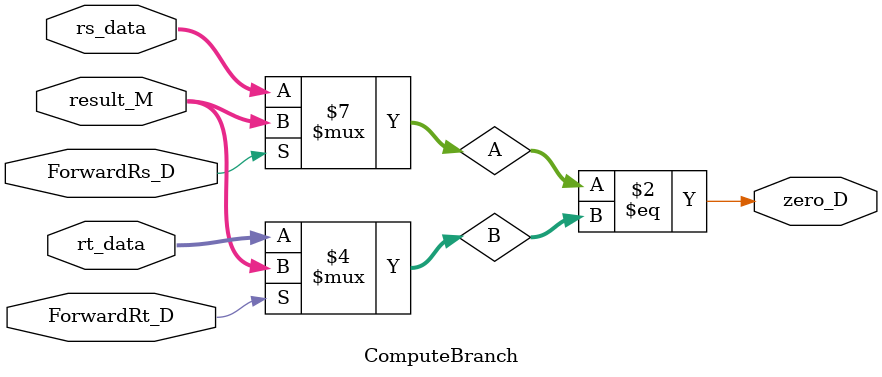
<source format=v>
module LoadHazard(rs_D, rt_D, DstE, MemtoReg_E,
                C_L_DE_Rs, C_L_DE_Rt); // 专门用来解决是否发生load指令的数据冒险
    input [4: 0] rs_D; // IF_ID阶段的rs地址
    input [4: 0] rt_D; // IF_ID阶段的rt地址
    input [4: 0] DstE; // ID_EX阶段的写入寄存器的地址（可能和上面的rs / rt 发生数据冒险）, 其实就是lw指令的rt段
    input  MemtoReg_E; // 决定是否写入regfile

    output reg C_L_DE_Rs, C_L_DE_Rt;  // 相应的PC / IF_ID / ID_EX的处理策略

  always @(*) begin
    C_L_DE_Rs <= (rs_D == DstE) & MemtoReg_E;  // IF_EX阶段的Rs和ID_EX阶段（load指令）的Rt地址是否会发生数据冒险
    C_L_DE_Rt <= (rt_D == DstE) & MemtoReg_E;  // IF_EX阶段的Rt和ID_EX阶段（load指令）的Rt地址是否会发生数据冒险

  end
endmodule


module BranchHazard(if_branch, rs_D, rt_D, RegWrDst_M, RegWr_M, RegWr_E, RegWrDst_E, MemtoReg_E, MemtoReg_M,
                      C_B_DM_Rs, C_B_DM_Rt, C_B_D);  //beq的控制冒险
    input [4: 0] rs_D, rt_D;  //beq译码时候用的rs， rt
    input[4: 0] RegWrDst_M, RegWrDst_E;   //Ex_Mem阶段中将来要写入RegFile的地址
    input if_branch, RegWr_M, RegWr_E, MemtoReg_E, MemtoReg_M;

    output reg C_B_DM_Rs, C_B_DM_Rt, C_B_D;
    
    parameter JUMP = 4'b0000;
    parameter BEQ  = 4'b0010;

  always @(*) begin
    C_B_DM_Rs = (rs_D == RegWrDst_M) & RegWr_M;  // beq指令在译码的时候，后面Mem阶段是否和它的rs有数据冒险
    C_B_DM_Rt = (rt_D == RegWrDst_M) & RegWr_M;  // beq指令在译码的时候，后面Mem阶段是否和它的rt有数据冒险

    C_B_D = (if_branch & RegWr_E & (rs_D == RegWrDst_E | rt_D == RegWrDst_E)) |  
            (if_branch & MemtoReg_E & (rs_D == RegWrDst_E | rt_D == RegWrDst_E)) | // 判断有无lw-beq和lw-xxxx-beq之类的指令
            (if_branch & MemtoReg_M & (rs_D == RegWrDst_M | rt_D == RegWrDst_M));
    
  end
endmodule

 module ComputeBranch(ForwardRs_D, ForwardRt_D, rs_data, rt_data, result_M, zero_D);  
    input ForwardRs_D, ForwardRt_D;
    input [31: 0] rs_data, rt_data, result_M;

    output reg zero_D;

    reg[31: 0] A, B;

  always @(*) begin
      if(ForwardRs_D) A = result_M;
      else A = rs_data;

      if(ForwardRt_D) B = result_M;
      else B = rt_data;

      zero_D = (A == B);
  end

 endmodule
</source>
